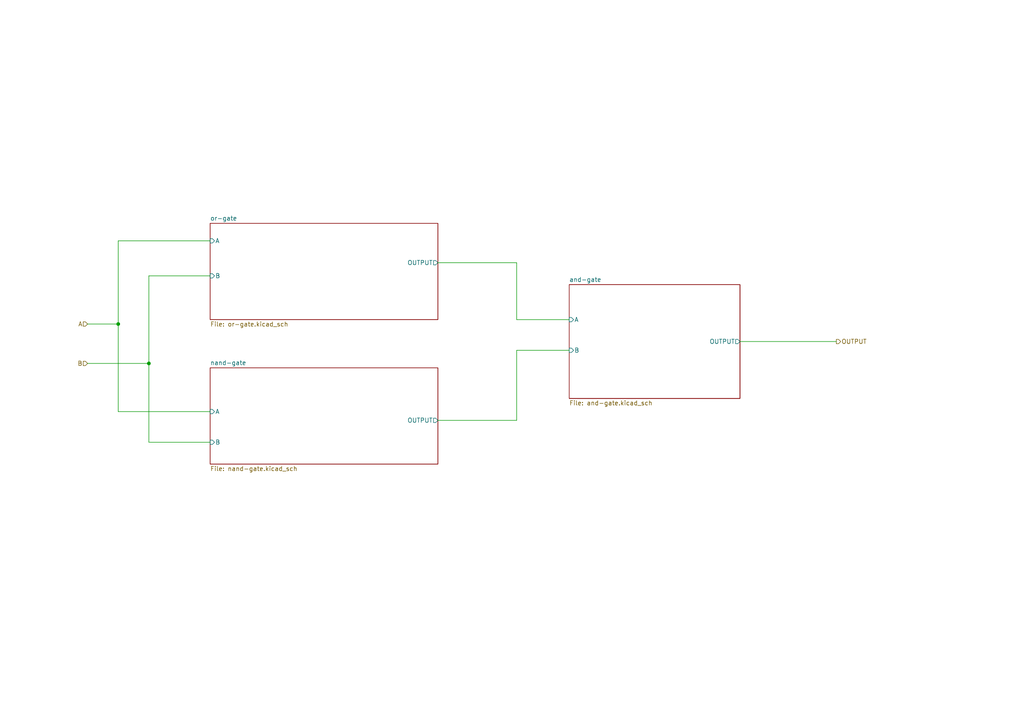
<source format=kicad_sch>
(kicad_sch (version 20230121) (generator eeschema)
  (paper "A4")
  (lib_symbols)
  (junction (at 43.18 105.41))
  (junction (at 34.29 93.98))
  (wire (pts (xy 127 121.92) (xy 149.86 121.92)))
  (wire (pts (xy 149.86 76.2) (xy 149.86 92.71)))
  (wire (pts (xy 34.29 69.85) (xy 60.96 69.85)))
  (wire (pts (xy 149.86 121.92) (xy 149.86 101.6)))
  (wire (pts (xy 214.63 99.06) (xy 242.57 99.06)))
  (wire (pts (xy 149.86 101.6) (xy 165.1 101.6)))
  (wire (pts (xy 43.18 80.01) (xy 60.96 80.01)))
  (wire (pts (xy 25.4 93.98) (xy 34.29 93.98)))
  (wire (pts (xy 25.4 105.41) (xy 43.18 105.41)))
  (wire (pts (xy 43.18 105.41) (xy 43.18 128.27)))
  (wire (pts (xy 34.29 119.38) (xy 60.96 119.38)))
  (wire (pts (xy 43.18 128.27) (xy 60.96 128.27)))
  (wire (pts (xy 43.18 105.41) (xy 43.18 80.01)))
  (wire (pts (xy 34.29 93.98) (xy 34.29 69.85)))
  (wire (pts (xy 127 76.2) (xy 149.86 76.2)))
  (wire (pts (xy 34.29 93.98) (xy 34.29 119.38)))
  (wire (pts (xy 149.86 92.71) (xy 165.1 92.71)))
  (hierarchical_label "OUTPUT" (shape output) (at 242.57 99.06 0))
  (hierarchical_label "B" (shape input) (at 25.4 105.41 180))
  (hierarchical_label "A" (shape input) (at 25.4 93.98 180))
  (sheet (at 60.96 106.68) (size 66.04 27.94) (stroke (width 0.1524))
    (property "Sheetname" "nand-gate" (at 60.96 105.9684 0) (effects (justify left bottom)))
    (property "Sheetfile" "nand-gate.kicad_sch" (at 60.96 135.2046 0) (effects (justify left top)))
    (pin "OUTPUT" output (at 127 121.92 0))
    (pin "B" input (at 60.96 128.27 180))
    (pin "A" input (at 60.96 119.38 180))
  )
  (sheet (at 60.96 64.77) (size 66.04 27.94) (stroke (width 0.1524))
    (property "Sheetname" "or-gate" (at 60.96 64.0584 0) (effects (justify left bottom)))
    (property "Sheetfile" "or-gate.kicad_sch" (at 60.96 93.2946 0) (effects (justify left top)))
    (pin "B" input (at 60.96 80.01 180))
    (pin "A" input (at 60.96 69.85 180))
    (pin "OUTPUT" output (at 127 76.2 0))
  )
  (sheet (at 165.1 82.55) (size 49.53 33.02) (stroke (width 0.1524))
    (property "Sheetname" "and-gate" (at 165.1 81.8384 0) (effects (justify left bottom)))
    (property "Sheetfile" "and-gate.kicad_sch" (at 165.1 116.1546 0) (effects (justify left top)))
    (pin "OUTPUT" output (at 214.63 99.06 0))
    (pin "B" input (at 165.1 101.6 180))
    (pin "A" input (at 165.1 92.71 180))
  )
)
</source>
